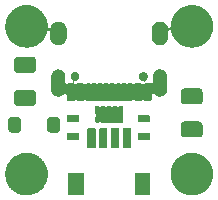
<source format=gts>
G04 #@! TF.GenerationSoftware,KiCad,Pcbnew,(5.99.0-840-g2507f985a)*
G04 #@! TF.CreationDate,2020-03-22T20:28:13-03:00*
G04 #@! TF.ProjectId,Unified-Daughterboard,556e6966-6965-4642-9d44-617567687465,rev?*
G04 #@! TF.SameCoordinates,Original*
G04 #@! TF.FileFunction,Soldermask,Top*
G04 #@! TF.FilePolarity,Negative*
%FSLAX46Y46*%
G04 Gerber Fmt 4.6, Leading zero omitted, Abs format (unit mm)*
G04 Created by KiCad (PCBNEW (5.99.0-840-g2507f985a)) date 2020-03-22 20:28:13*
%MOMM*%
%LPD*%
G01*
G04 APERTURE LIST*
G04 APERTURE END LIST*
G36*
X68097070Y-69243135D02*
G01*
X68160303Y-69244129D01*
X68224321Y-69254268D01*
X68294809Y-69260435D01*
X68355974Y-69275120D01*
X68412208Y-69284026D01*
X68480210Y-69304946D01*
X68555100Y-69322926D01*
X68607595Y-69344135D01*
X68655978Y-69359020D01*
X68726059Y-69391998D01*
X68803295Y-69423203D01*
X68846672Y-69448754D01*
X68886762Y-69467619D01*
X68956786Y-69513616D01*
X69033943Y-69559065D01*
X69068171Y-69586782D01*
X69099930Y-69607644D01*
X69167537Y-69667247D01*
X69241975Y-69727526D01*
X69267474Y-69755353D01*
X69291245Y-69776310D01*
X69353900Y-69849670D01*
X69422822Y-69924885D01*
X69440413Y-69950964D01*
X69456884Y-69970250D01*
X69511989Y-70057081D01*
X69572510Y-70146808D01*
X69583338Y-70169508D01*
X69593549Y-70185599D01*
X69638538Y-70285238D01*
X69687753Y-70388419D01*
X69693261Y-70406436D01*
X69698503Y-70418045D01*
X69730840Y-70529352D01*
X69766017Y-70644409D01*
X69767870Y-70656810D01*
X69769660Y-70662970D01*
X69787006Y-70784846D01*
X69805584Y-70909156D01*
X69796111Y-71270922D01*
X69793717Y-71282689D01*
X69793635Y-71285297D01*
X69768047Y-71408857D01*
X69742742Y-71533235D01*
X69699383Y-71652365D01*
X69655920Y-71773086D01*
X69654397Y-71775963D01*
X69651188Y-71784779D01*
X69592430Y-71892999D01*
X69536576Y-71998488D01*
X69530947Y-72006235D01*
X69523459Y-72020027D01*
X69452817Y-72113771D01*
X69386662Y-72204826D01*
X69375603Y-72216238D01*
X69362360Y-72233812D01*
X69282955Y-72311843D01*
X69209165Y-72387988D01*
X69191620Y-72401598D01*
X69171432Y-72421436D01*
X69086391Y-72483222D01*
X69007643Y-72544306D01*
X68982862Y-72558441D01*
X68954869Y-72578779D01*
X68867135Y-72624450D01*
X68786096Y-72670674D01*
X68753701Y-72683500D01*
X68717427Y-72702383D01*
X68629806Y-72732553D01*
X68548958Y-72764563D01*
X68508940Y-72774170D01*
X68464324Y-72789533D01*
X68379359Y-72805280D01*
X68300957Y-72824103D01*
X68253696Y-72828570D01*
X68201119Y-72838315D01*
X68121012Y-72841113D01*
X68047040Y-72848105D01*
X67993325Y-72845572D01*
X67933595Y-72847658D01*
X67860176Y-72839293D01*
X67792275Y-72836091D01*
X67733254Y-72824832D01*
X67667628Y-72817355D01*
X67602313Y-72799854D01*
X67541746Y-72788300D01*
X67478932Y-72766794D01*
X67409062Y-72748072D01*
X67352801Y-72723609D01*
X67300441Y-72705682D01*
X67235660Y-72672675D01*
X67163577Y-72641332D01*
X67116889Y-72612158D01*
X67073195Y-72589895D01*
X67008531Y-72544448D01*
X66936565Y-72499479D01*
X66899484Y-72467809D01*
X66864526Y-72443240D01*
X66802295Y-72384801D01*
X66733014Y-72325630D01*
X66705154Y-72293581D01*
X66678600Y-72268645D01*
X66621251Y-72197061D01*
X66557396Y-72123604D01*
X66537960Y-72093095D01*
X66519139Y-72069603D01*
X66469230Y-71985212D01*
X66413567Y-71897839D01*
X66401412Y-71870539D01*
X66389304Y-71850065D01*
X66349333Y-71753566D01*
X66304689Y-71653294D01*
X66298389Y-71630577D01*
X66291702Y-71614433D01*
X66264118Y-71506999D01*
X66233153Y-71395343D01*
X66231048Y-71378199D01*
X66228274Y-71367395D01*
X66215369Y-71250505D01*
X66200530Y-71129651D01*
X66200817Y-71118695D01*
X66200286Y-71113886D01*
X66204224Y-70988563D01*
X66207537Y-70862055D01*
X66229228Y-70739041D01*
X66252149Y-70607711D01*
X66252666Y-70606120D01*
X66254021Y-70598435D01*
X66293502Y-70480440D01*
X66330961Y-70365150D01*
X66334481Y-70357966D01*
X66338959Y-70344581D01*
X66392917Y-70238682D01*
X66443170Y-70136103D01*
X66451216Y-70124264D01*
X66460486Y-70106070D01*
X66525988Y-70014240D01*
X66586526Y-69925160D01*
X66600416Y-69909895D01*
X66615933Y-69888141D01*
X66690018Y-69811423D01*
X66758176Y-69736519D01*
X66778942Y-69719340D01*
X66801884Y-69695583D01*
X66881604Y-69634411D01*
X66954699Y-69573943D01*
X66983051Y-69556569D01*
X67014255Y-69532625D01*
X67096677Y-69486938D01*
X67172164Y-69440679D01*
X67208489Y-69424960D01*
X67248380Y-69402848D01*
X67330782Y-69372039D01*
X67406230Y-69339390D01*
X67450493Y-69327281D01*
X67499115Y-69309102D01*
X67579056Y-69292110D01*
X67652248Y-69272087D01*
X67704038Y-69265544D01*
X67760952Y-69253447D01*
X67836259Y-69248841D01*
X67905277Y-69240122D01*
X67963783Y-69241041D01*
X68028140Y-69237105D01*
X68097070Y-69243135D01*
G37*
G36*
X82097070Y-69243135D02*
G01*
X82160303Y-69244129D01*
X82224321Y-69254268D01*
X82294809Y-69260435D01*
X82355974Y-69275120D01*
X82412208Y-69284026D01*
X82480210Y-69304946D01*
X82555100Y-69322926D01*
X82607595Y-69344135D01*
X82655978Y-69359020D01*
X82726059Y-69391998D01*
X82803295Y-69423203D01*
X82846672Y-69448754D01*
X82886762Y-69467619D01*
X82956786Y-69513616D01*
X83033943Y-69559065D01*
X83068171Y-69586782D01*
X83099930Y-69607644D01*
X83167537Y-69667247D01*
X83241975Y-69727526D01*
X83267474Y-69755353D01*
X83291245Y-69776310D01*
X83353900Y-69849670D01*
X83422822Y-69924885D01*
X83440413Y-69950964D01*
X83456884Y-69970250D01*
X83511989Y-70057081D01*
X83572510Y-70146808D01*
X83583338Y-70169508D01*
X83593549Y-70185599D01*
X83638538Y-70285238D01*
X83687753Y-70388419D01*
X83693261Y-70406436D01*
X83698503Y-70418045D01*
X83730840Y-70529352D01*
X83766017Y-70644409D01*
X83767870Y-70656810D01*
X83769660Y-70662970D01*
X83787006Y-70784846D01*
X83805584Y-70909156D01*
X83796111Y-71270922D01*
X83793717Y-71282689D01*
X83793635Y-71285297D01*
X83768047Y-71408857D01*
X83742742Y-71533235D01*
X83699383Y-71652365D01*
X83655920Y-71773086D01*
X83654397Y-71775963D01*
X83651188Y-71784779D01*
X83592430Y-71892999D01*
X83536576Y-71998488D01*
X83530947Y-72006235D01*
X83523459Y-72020027D01*
X83452817Y-72113771D01*
X83386662Y-72204826D01*
X83375603Y-72216238D01*
X83362360Y-72233812D01*
X83282955Y-72311843D01*
X83209165Y-72387988D01*
X83191620Y-72401598D01*
X83171432Y-72421436D01*
X83086391Y-72483222D01*
X83007643Y-72544306D01*
X82982862Y-72558441D01*
X82954869Y-72578779D01*
X82867135Y-72624450D01*
X82786096Y-72670674D01*
X82753701Y-72683500D01*
X82717427Y-72702383D01*
X82629806Y-72732553D01*
X82548958Y-72764563D01*
X82508940Y-72774170D01*
X82464324Y-72789533D01*
X82379359Y-72805280D01*
X82300957Y-72824103D01*
X82253696Y-72828570D01*
X82201119Y-72838315D01*
X82121012Y-72841113D01*
X82047040Y-72848105D01*
X81993325Y-72845572D01*
X81933595Y-72847658D01*
X81860176Y-72839293D01*
X81792275Y-72836091D01*
X81733254Y-72824832D01*
X81667628Y-72817355D01*
X81602313Y-72799854D01*
X81541746Y-72788300D01*
X81478932Y-72766794D01*
X81409062Y-72748072D01*
X81352801Y-72723609D01*
X81300441Y-72705682D01*
X81235660Y-72672675D01*
X81163577Y-72641332D01*
X81116889Y-72612158D01*
X81073195Y-72589895D01*
X81008531Y-72544448D01*
X80936565Y-72499479D01*
X80899484Y-72467809D01*
X80864526Y-72443240D01*
X80802295Y-72384801D01*
X80733014Y-72325630D01*
X80705154Y-72293581D01*
X80678600Y-72268645D01*
X80621251Y-72197061D01*
X80557396Y-72123604D01*
X80537960Y-72093095D01*
X80519139Y-72069603D01*
X80469230Y-71985212D01*
X80413567Y-71897839D01*
X80401412Y-71870539D01*
X80389304Y-71850065D01*
X80349333Y-71753566D01*
X80304689Y-71653294D01*
X80298389Y-71630577D01*
X80291702Y-71614433D01*
X80264118Y-71506999D01*
X80233153Y-71395343D01*
X80231048Y-71378199D01*
X80228274Y-71367395D01*
X80215369Y-71250505D01*
X80200530Y-71129651D01*
X80200817Y-71118695D01*
X80200286Y-71113886D01*
X80204224Y-70988563D01*
X80207537Y-70862055D01*
X80229228Y-70739041D01*
X80252149Y-70607711D01*
X80252666Y-70606120D01*
X80254021Y-70598435D01*
X80293502Y-70480440D01*
X80330961Y-70365150D01*
X80334481Y-70357966D01*
X80338959Y-70344581D01*
X80392917Y-70238682D01*
X80443170Y-70136103D01*
X80451216Y-70124264D01*
X80460486Y-70106070D01*
X80525988Y-70014240D01*
X80586526Y-69925160D01*
X80600416Y-69909895D01*
X80615933Y-69888141D01*
X80690018Y-69811423D01*
X80758176Y-69736519D01*
X80778942Y-69719340D01*
X80801884Y-69695583D01*
X80881604Y-69634411D01*
X80954699Y-69573943D01*
X80983051Y-69556569D01*
X81014255Y-69532625D01*
X81096677Y-69486938D01*
X81172164Y-69440679D01*
X81208489Y-69424960D01*
X81248380Y-69402848D01*
X81330782Y-69372039D01*
X81406230Y-69339390D01*
X81450493Y-69327281D01*
X81499115Y-69309102D01*
X81579056Y-69292110D01*
X81652248Y-69272087D01*
X81704038Y-69265544D01*
X81760952Y-69253447D01*
X81836259Y-69248841D01*
X81905277Y-69240122D01*
X81963783Y-69241041D01*
X82028140Y-69237105D01*
X82097070Y-69243135D01*
G37*
G36*
X78424399Y-70944959D02*
G01*
X78441269Y-70956231D01*
X78452541Y-70973101D01*
X78458948Y-71005312D01*
X78458948Y-72780688D01*
X78456499Y-72793000D01*
X78452541Y-72812899D01*
X78441269Y-72829769D01*
X78424399Y-72841041D01*
X78404500Y-72844999D01*
X78392188Y-72847448D01*
X77216812Y-72847448D01*
X77184601Y-72841041D01*
X77167731Y-72829769D01*
X77156459Y-72812899D01*
X77150052Y-72780688D01*
X77150052Y-71005312D01*
X77156459Y-70973101D01*
X77167731Y-70956231D01*
X77184601Y-70944959D01*
X77216812Y-70938552D01*
X78392188Y-70938552D01*
X78424399Y-70944959D01*
G37*
G36*
X72824399Y-70944959D02*
G01*
X72841269Y-70956231D01*
X72852541Y-70973101D01*
X72858948Y-71005312D01*
X72858948Y-72780688D01*
X72856499Y-72793000D01*
X72852541Y-72812899D01*
X72841269Y-72829769D01*
X72824399Y-72841041D01*
X72804500Y-72844999D01*
X72792188Y-72847448D01*
X71616812Y-72847448D01*
X71584601Y-72841041D01*
X71567731Y-72829769D01*
X71556459Y-72812899D01*
X71550052Y-72780688D01*
X71550052Y-71005312D01*
X71556459Y-70973101D01*
X71567731Y-70956231D01*
X71584601Y-70944959D01*
X71616812Y-70938552D01*
X72792188Y-70938552D01*
X72824399Y-70944959D01*
G37*
G36*
X76824399Y-67194959D02*
G01*
X76841269Y-67206231D01*
X76852541Y-67223101D01*
X76858948Y-67255312D01*
X76858948Y-68780688D01*
X76856499Y-68793000D01*
X76852541Y-68812899D01*
X76841269Y-68829769D01*
X76824399Y-68841041D01*
X76804500Y-68844999D01*
X76792188Y-68847448D01*
X76216812Y-68847448D01*
X76184601Y-68841041D01*
X76167731Y-68829769D01*
X76156459Y-68812899D01*
X76150052Y-68780688D01*
X76150052Y-67255312D01*
X76156459Y-67223101D01*
X76167731Y-67206231D01*
X76184601Y-67194959D01*
X76216812Y-67188552D01*
X76792188Y-67188552D01*
X76824399Y-67194959D01*
G37*
G36*
X75824399Y-67194959D02*
G01*
X75841269Y-67206231D01*
X75852541Y-67223101D01*
X75858948Y-67255312D01*
X75858948Y-68780688D01*
X75856499Y-68793000D01*
X75852541Y-68812899D01*
X75841269Y-68829769D01*
X75824399Y-68841041D01*
X75804500Y-68844999D01*
X75792188Y-68847448D01*
X75216812Y-68847448D01*
X75184601Y-68841041D01*
X75167731Y-68829769D01*
X75156459Y-68812899D01*
X75150052Y-68780688D01*
X75150052Y-67255312D01*
X75156459Y-67223101D01*
X75167731Y-67206231D01*
X75184601Y-67194959D01*
X75216812Y-67188552D01*
X75792188Y-67188552D01*
X75824399Y-67194959D01*
G37*
G36*
X73824399Y-67194959D02*
G01*
X73841269Y-67206231D01*
X73852541Y-67223101D01*
X73858948Y-67255312D01*
X73858948Y-68780688D01*
X73856499Y-68793000D01*
X73852541Y-68812899D01*
X73841269Y-68829769D01*
X73824399Y-68841041D01*
X73804500Y-68844999D01*
X73792188Y-68847448D01*
X73216812Y-68847448D01*
X73184601Y-68841041D01*
X73167731Y-68829769D01*
X73156459Y-68812899D01*
X73150052Y-68780688D01*
X73150052Y-67255312D01*
X73156459Y-67223101D01*
X73167731Y-67206231D01*
X73184601Y-67194959D01*
X73216812Y-67188552D01*
X73792188Y-67188552D01*
X73824399Y-67194959D01*
G37*
G36*
X74824399Y-67194959D02*
G01*
X74841269Y-67206231D01*
X74852541Y-67223101D01*
X74858948Y-67255312D01*
X74858948Y-68780688D01*
X74856499Y-68793000D01*
X74852541Y-68812899D01*
X74841269Y-68829769D01*
X74824399Y-68841041D01*
X74804500Y-68844999D01*
X74792188Y-68847448D01*
X74216812Y-68847448D01*
X74184601Y-68841041D01*
X74167731Y-68829769D01*
X74156459Y-68812899D01*
X74150052Y-68780688D01*
X74150052Y-67255312D01*
X74156459Y-67223101D01*
X74167731Y-67206231D01*
X74184601Y-67194959D01*
X74216812Y-67188552D01*
X74792188Y-67188552D01*
X74824399Y-67194959D01*
G37*
G36*
X72424399Y-67580959D02*
G01*
X72441269Y-67592231D01*
X72452541Y-67609101D01*
X72458948Y-67641312D01*
X72458948Y-68116688D01*
X72456499Y-68129000D01*
X72452541Y-68148899D01*
X72441269Y-68165769D01*
X72424399Y-68177041D01*
X72404500Y-68180999D01*
X72392188Y-68183448D01*
X71516812Y-68183448D01*
X71484601Y-68177041D01*
X71467731Y-68165769D01*
X71456459Y-68148899D01*
X71450052Y-68116688D01*
X71450052Y-67641312D01*
X71456459Y-67609101D01*
X71467731Y-67592231D01*
X71484601Y-67580959D01*
X71516812Y-67574552D01*
X72392188Y-67574552D01*
X72424399Y-67580959D01*
G37*
G36*
X78393399Y-67580959D02*
G01*
X78410269Y-67592231D01*
X78421541Y-67609101D01*
X78427948Y-67641312D01*
X78427948Y-68116688D01*
X78425499Y-68129000D01*
X78421541Y-68148899D01*
X78410269Y-68165769D01*
X78393399Y-68177041D01*
X78373500Y-68180999D01*
X78361188Y-68183448D01*
X77485812Y-68183448D01*
X77453601Y-68177041D01*
X77436731Y-68165769D01*
X77425459Y-68148899D01*
X77419052Y-68116688D01*
X77419052Y-67641312D01*
X77425459Y-67609101D01*
X77436731Y-67592231D01*
X77453601Y-67580959D01*
X77485812Y-67574552D01*
X78361188Y-67574552D01*
X78393399Y-67580959D01*
G37*
G36*
X82699256Y-66610764D02*
G01*
X82710728Y-66616289D01*
X82718786Y-66617795D01*
X82736043Y-66628480D01*
X82781138Y-66650197D01*
X82801238Y-66668847D01*
X82814464Y-66677036D01*
X82824764Y-66690676D01*
X82847765Y-66712017D01*
X82870117Y-66750732D01*
X82882281Y-66766840D01*
X82884250Y-66775212D01*
X82892006Y-66788646D01*
X82910919Y-66888603D01*
X82914383Y-66903331D01*
X82914383Y-66906910D01*
X82915694Y-66913839D01*
X82915694Y-67636516D01*
X82900736Y-67735756D01*
X82895211Y-67747228D01*
X82893705Y-67755286D01*
X82883020Y-67772543D01*
X82861303Y-67817638D01*
X82842653Y-67837738D01*
X82834464Y-67850964D01*
X82820824Y-67861264D01*
X82799483Y-67884265D01*
X82760768Y-67906617D01*
X82744660Y-67918781D01*
X82736288Y-67920750D01*
X82722854Y-67928506D01*
X82622897Y-67947419D01*
X82608169Y-67950883D01*
X82604590Y-67950883D01*
X82597661Y-67952194D01*
X81374984Y-67952194D01*
X81275744Y-67937236D01*
X81264272Y-67931711D01*
X81256214Y-67930205D01*
X81238957Y-67919520D01*
X81193862Y-67897803D01*
X81173762Y-67879153D01*
X81160536Y-67870964D01*
X81150236Y-67857324D01*
X81127235Y-67835983D01*
X81104883Y-67797268D01*
X81092719Y-67781160D01*
X81090750Y-67772788D01*
X81082994Y-67759354D01*
X81064081Y-67659397D01*
X81060617Y-67644669D01*
X81060617Y-67641090D01*
X81059306Y-67634161D01*
X81059306Y-66911484D01*
X81074264Y-66812244D01*
X81079789Y-66800772D01*
X81081295Y-66792714D01*
X81091980Y-66775457D01*
X81113697Y-66730362D01*
X81132347Y-66710262D01*
X81140536Y-66697036D01*
X81154176Y-66686736D01*
X81175517Y-66663735D01*
X81214232Y-66641383D01*
X81230340Y-66629219D01*
X81238712Y-66627250D01*
X81252146Y-66619494D01*
X81352103Y-66600581D01*
X81366831Y-66597117D01*
X81370410Y-66597117D01*
X81377339Y-66595806D01*
X82600016Y-66595806D01*
X82699256Y-66610764D01*
G37*
G36*
X67339256Y-66251764D02*
G01*
X67350728Y-66257289D01*
X67358786Y-66258795D01*
X67376043Y-66269480D01*
X67421138Y-66291197D01*
X67441238Y-66309847D01*
X67454464Y-66318036D01*
X67464764Y-66331676D01*
X67487765Y-66353017D01*
X67510117Y-66391732D01*
X67522281Y-66407840D01*
X67524250Y-66416212D01*
X67532006Y-66429646D01*
X67550919Y-66529603D01*
X67554383Y-66544331D01*
X67554383Y-66547910D01*
X67555694Y-66554839D01*
X67555694Y-67227516D01*
X67540736Y-67326756D01*
X67535211Y-67338228D01*
X67533705Y-67346286D01*
X67523020Y-67363543D01*
X67501303Y-67408638D01*
X67482653Y-67428738D01*
X67474464Y-67441964D01*
X67460824Y-67452264D01*
X67439483Y-67475265D01*
X67400768Y-67497617D01*
X67384660Y-67509781D01*
X67376288Y-67511750D01*
X67362854Y-67519506D01*
X67262897Y-67538419D01*
X67248169Y-67541883D01*
X67244590Y-67541883D01*
X67237661Y-67543194D01*
X66764984Y-67543194D01*
X66665744Y-67528236D01*
X66654272Y-67522711D01*
X66646214Y-67521205D01*
X66628957Y-67510520D01*
X66583862Y-67488803D01*
X66563762Y-67470153D01*
X66550536Y-67461964D01*
X66540236Y-67448324D01*
X66517235Y-67426983D01*
X66494883Y-67388268D01*
X66482719Y-67372160D01*
X66480750Y-67363788D01*
X66472994Y-67350354D01*
X66454081Y-67250397D01*
X66450617Y-67235669D01*
X66450617Y-67232090D01*
X66449306Y-67225161D01*
X66449306Y-66552484D01*
X66464264Y-66453244D01*
X66469789Y-66441772D01*
X66471295Y-66433714D01*
X66481980Y-66416457D01*
X66503697Y-66371362D01*
X66522347Y-66351262D01*
X66530536Y-66338036D01*
X66544176Y-66327736D01*
X66565517Y-66304735D01*
X66604232Y-66282383D01*
X66620340Y-66270219D01*
X66628712Y-66268250D01*
X66642146Y-66260494D01*
X66742103Y-66241581D01*
X66756831Y-66238117D01*
X66760410Y-66238117D01*
X66767339Y-66236806D01*
X67240016Y-66236806D01*
X67339256Y-66251764D01*
G37*
G36*
X70639256Y-66251764D02*
G01*
X70650728Y-66257289D01*
X70658786Y-66258795D01*
X70676043Y-66269480D01*
X70721138Y-66291197D01*
X70741238Y-66309847D01*
X70754464Y-66318036D01*
X70764764Y-66331676D01*
X70787765Y-66353017D01*
X70810117Y-66391732D01*
X70822281Y-66407840D01*
X70824250Y-66416212D01*
X70832006Y-66429646D01*
X70850919Y-66529603D01*
X70854383Y-66544331D01*
X70854383Y-66547910D01*
X70855694Y-66554839D01*
X70855694Y-67227516D01*
X70840736Y-67326756D01*
X70835211Y-67338228D01*
X70833705Y-67346286D01*
X70823020Y-67363543D01*
X70801303Y-67408638D01*
X70782653Y-67428738D01*
X70774464Y-67441964D01*
X70760824Y-67452264D01*
X70739483Y-67475265D01*
X70700768Y-67497617D01*
X70684660Y-67509781D01*
X70676288Y-67511750D01*
X70662854Y-67519506D01*
X70562897Y-67538419D01*
X70548169Y-67541883D01*
X70544590Y-67541883D01*
X70537661Y-67543194D01*
X70064984Y-67543194D01*
X69965744Y-67528236D01*
X69954272Y-67522711D01*
X69946214Y-67521205D01*
X69928957Y-67510520D01*
X69883862Y-67488803D01*
X69863762Y-67470153D01*
X69850536Y-67461964D01*
X69840236Y-67448324D01*
X69817235Y-67426983D01*
X69794883Y-67388268D01*
X69782719Y-67372160D01*
X69780750Y-67363788D01*
X69772994Y-67350354D01*
X69754081Y-67250397D01*
X69750617Y-67235669D01*
X69750617Y-67232090D01*
X69749306Y-67225161D01*
X69749306Y-66552484D01*
X69764264Y-66453244D01*
X69769789Y-66441772D01*
X69771295Y-66433714D01*
X69781980Y-66416457D01*
X69803697Y-66371362D01*
X69822347Y-66351262D01*
X69830536Y-66338036D01*
X69844176Y-66327736D01*
X69865517Y-66304735D01*
X69904232Y-66282383D01*
X69920340Y-66270219D01*
X69928712Y-66268250D01*
X69942146Y-66260494D01*
X70042103Y-66241581D01*
X70056831Y-66238117D01*
X70060410Y-66238117D01*
X70067339Y-66236806D01*
X70540016Y-66236806D01*
X70639256Y-66251764D01*
G37*
G36*
X74127500Y-65314401D02*
G01*
X74147399Y-65318359D01*
X74164269Y-65329631D01*
X74164270Y-65329632D01*
X74183055Y-65342184D01*
X74250270Y-65363229D01*
X74321945Y-65342184D01*
X74340730Y-65329632D01*
X74340731Y-65329631D01*
X74357601Y-65318359D01*
X74377500Y-65314401D01*
X74389812Y-65311952D01*
X74615188Y-65311952D01*
X74627500Y-65314401D01*
X74647399Y-65318359D01*
X74664269Y-65329631D01*
X74664270Y-65329633D01*
X74670555Y-65333832D01*
X74737770Y-65354877D01*
X74809445Y-65333832D01*
X74815730Y-65329633D01*
X74815731Y-65329631D01*
X74832601Y-65318359D01*
X74852500Y-65314401D01*
X74864812Y-65311952D01*
X75140188Y-65311952D01*
X75152500Y-65314401D01*
X75172399Y-65318359D01*
X75189269Y-65329631D01*
X75189270Y-65329633D01*
X75195555Y-65333832D01*
X75262770Y-65354877D01*
X75334445Y-65333832D01*
X75340730Y-65329633D01*
X75340731Y-65329631D01*
X75357601Y-65318359D01*
X75377500Y-65314401D01*
X75389812Y-65311952D01*
X75615188Y-65311952D01*
X75627500Y-65314401D01*
X75647399Y-65318359D01*
X75664269Y-65329631D01*
X75664270Y-65329632D01*
X75683055Y-65342184D01*
X75750270Y-65363229D01*
X75821945Y-65342184D01*
X75840730Y-65329632D01*
X75840731Y-65329631D01*
X75857601Y-65318359D01*
X75877500Y-65314401D01*
X75889812Y-65311952D01*
X76115188Y-65311952D01*
X76147399Y-65318359D01*
X76164269Y-65329631D01*
X76175541Y-65346501D01*
X76181948Y-65378712D01*
X76181948Y-65904088D01*
X76179499Y-65916400D01*
X76175541Y-65936299D01*
X76164270Y-65953168D01*
X76161739Y-65956955D01*
X76140693Y-66024169D01*
X76161739Y-66095845D01*
X76164269Y-66099631D01*
X76175541Y-66116501D01*
X76181948Y-66148712D01*
X76181948Y-66674088D01*
X76175541Y-66706299D01*
X76164269Y-66723169D01*
X76147399Y-66734441D01*
X76130854Y-66737732D01*
X76127500Y-66738399D01*
X76115188Y-66740848D01*
X75889812Y-66740848D01*
X75877500Y-66738399D01*
X75857601Y-66734441D01*
X75840731Y-66723169D01*
X75840730Y-66723168D01*
X75821945Y-66710616D01*
X75754730Y-66689571D01*
X75683055Y-66710616D01*
X75664270Y-66723168D01*
X75664269Y-66723169D01*
X75647399Y-66734441D01*
X75627500Y-66738399D01*
X75615188Y-66740848D01*
X75389812Y-66740848D01*
X75377500Y-66738399D01*
X75357601Y-66734441D01*
X75340731Y-66723169D01*
X75340730Y-66723167D01*
X75334445Y-66718968D01*
X75267230Y-66697923D01*
X75195555Y-66718968D01*
X75189270Y-66723167D01*
X75189269Y-66723169D01*
X75172399Y-66734441D01*
X75152500Y-66738399D01*
X75140188Y-66740848D01*
X74864812Y-66740848D01*
X74852500Y-66738399D01*
X74832601Y-66734441D01*
X74815731Y-66723169D01*
X74815730Y-66723167D01*
X74809445Y-66718968D01*
X74742230Y-66697923D01*
X74670555Y-66718968D01*
X74664270Y-66723167D01*
X74664269Y-66723169D01*
X74647399Y-66734441D01*
X74627500Y-66738399D01*
X74615188Y-66740848D01*
X74389812Y-66740848D01*
X74357601Y-66734441D01*
X74340731Y-66723169D01*
X74337924Y-66718968D01*
X74329459Y-66706299D01*
X74329459Y-66706298D01*
X74326019Y-66701150D01*
X74271976Y-66655984D01*
X74202092Y-66647205D01*
X74146756Y-66670844D01*
X74131928Y-66682042D01*
X74129390Y-66685840D01*
X74107762Y-66700291D01*
X74084704Y-66717704D01*
X74080071Y-66718794D01*
X74071173Y-66724739D01*
X74002501Y-66738399D01*
X74002499Y-66738399D01*
X73992839Y-66736477D01*
X73937818Y-66726192D01*
X73936250Y-66725221D01*
X73933827Y-66724739D01*
X73913049Y-66710856D01*
X73881874Y-66691553D01*
X73879545Y-66688470D01*
X73875610Y-66685840D01*
X73860636Y-66663430D01*
X73844030Y-66641440D01*
X73842991Y-66637021D01*
X73836711Y-66627623D01*
X73823051Y-66558951D01*
X73823051Y-66552242D01*
X73821285Y-66544733D01*
X73821285Y-66275150D01*
X73823051Y-66265703D01*
X73823051Y-66263849D01*
X73828806Y-66234916D01*
X73835542Y-66198884D01*
X73836178Y-66197857D01*
X73836711Y-66195177D01*
X73852071Y-66172189D01*
X73881116Y-66125280D01*
X73899821Y-66057377D01*
X73878846Y-65990140D01*
X73844287Y-65955545D01*
X73840731Y-65953169D01*
X73829459Y-65936299D01*
X73825501Y-65916400D01*
X73823052Y-65904088D01*
X73823052Y-65378712D01*
X73829459Y-65346501D01*
X73840731Y-65329631D01*
X73857601Y-65318359D01*
X73889812Y-65311952D01*
X74115188Y-65311952D01*
X74127500Y-65314401D01*
G37*
G36*
X72424399Y-66080959D02*
G01*
X72441269Y-66092231D01*
X72452541Y-66109101D01*
X72458948Y-66141312D01*
X72458948Y-66616688D01*
X72456499Y-66629000D01*
X72452541Y-66648899D01*
X72441269Y-66665769D01*
X72424399Y-66677041D01*
X72404500Y-66680999D01*
X72392188Y-66683448D01*
X71516812Y-66683448D01*
X71484601Y-66677041D01*
X71467731Y-66665769D01*
X71456459Y-66648899D01*
X71450052Y-66616688D01*
X71450052Y-66141312D01*
X71456459Y-66109101D01*
X71467731Y-66092231D01*
X71484601Y-66080959D01*
X71516812Y-66074552D01*
X72392188Y-66074552D01*
X72424399Y-66080959D01*
G37*
G36*
X78393399Y-66080959D02*
G01*
X78410269Y-66092231D01*
X78421541Y-66109101D01*
X78427948Y-66141312D01*
X78427948Y-66616688D01*
X78425499Y-66629000D01*
X78421541Y-66648899D01*
X78410269Y-66665769D01*
X78393399Y-66677041D01*
X78373500Y-66680999D01*
X78361188Y-66683448D01*
X77485812Y-66683448D01*
X77453601Y-66677041D01*
X77436731Y-66665769D01*
X77425459Y-66648899D01*
X77419052Y-66616688D01*
X77419052Y-66141312D01*
X77425459Y-66109101D01*
X77436731Y-66092231D01*
X77453601Y-66080959D01*
X77485812Y-66074552D01*
X78361188Y-66074552D01*
X78393399Y-66080959D01*
G37*
G36*
X68602256Y-63943764D02*
G01*
X68613728Y-63949289D01*
X68621786Y-63950795D01*
X68639043Y-63961480D01*
X68684138Y-63983197D01*
X68704238Y-64001847D01*
X68717464Y-64010036D01*
X68727764Y-64023676D01*
X68750765Y-64045017D01*
X68773117Y-64083732D01*
X68785281Y-64099840D01*
X68787250Y-64108212D01*
X68795006Y-64121646D01*
X68813919Y-64221603D01*
X68817383Y-64236331D01*
X68817383Y-64239910D01*
X68818694Y-64246839D01*
X68818694Y-64969516D01*
X68803736Y-65068756D01*
X68798211Y-65080228D01*
X68796705Y-65088286D01*
X68786020Y-65105543D01*
X68764303Y-65150638D01*
X68745653Y-65170738D01*
X68737464Y-65183964D01*
X68723824Y-65194264D01*
X68702483Y-65217265D01*
X68663768Y-65239617D01*
X68647660Y-65251781D01*
X68639288Y-65253750D01*
X68625854Y-65261506D01*
X68525897Y-65280419D01*
X68511169Y-65283883D01*
X68507590Y-65283883D01*
X68500661Y-65285194D01*
X67277984Y-65285194D01*
X67178744Y-65270236D01*
X67167272Y-65264711D01*
X67159214Y-65263205D01*
X67141957Y-65252520D01*
X67096862Y-65230803D01*
X67076762Y-65212153D01*
X67063536Y-65203964D01*
X67053236Y-65190324D01*
X67030235Y-65168983D01*
X67007883Y-65130268D01*
X66995719Y-65114160D01*
X66993750Y-65105788D01*
X66985994Y-65092354D01*
X66967081Y-64992397D01*
X66963617Y-64977669D01*
X66963617Y-64974090D01*
X66962306Y-64967161D01*
X66962306Y-64244484D01*
X66977264Y-64145244D01*
X66982789Y-64133772D01*
X66984295Y-64125714D01*
X66994980Y-64108457D01*
X67016697Y-64063362D01*
X67035347Y-64043262D01*
X67043536Y-64030036D01*
X67057176Y-64019736D01*
X67078517Y-63996735D01*
X67117232Y-63974383D01*
X67133340Y-63962219D01*
X67141712Y-63960250D01*
X67155146Y-63952494D01*
X67255103Y-63933581D01*
X67269831Y-63930117D01*
X67273410Y-63930117D01*
X67280339Y-63928806D01*
X68503016Y-63928806D01*
X68602256Y-63943764D01*
G37*
G36*
X82699256Y-63810764D02*
G01*
X82710728Y-63816289D01*
X82718786Y-63817795D01*
X82736043Y-63828480D01*
X82781138Y-63850197D01*
X82801238Y-63868847D01*
X82814464Y-63877036D01*
X82824764Y-63890676D01*
X82847765Y-63912017D01*
X82870117Y-63950732D01*
X82882281Y-63966840D01*
X82884250Y-63975212D01*
X82892006Y-63988646D01*
X82910919Y-64088603D01*
X82914383Y-64103331D01*
X82914383Y-64106910D01*
X82915694Y-64113839D01*
X82915694Y-64836516D01*
X82900736Y-64935756D01*
X82895211Y-64947228D01*
X82893705Y-64955286D01*
X82883020Y-64972543D01*
X82861303Y-65017638D01*
X82842653Y-65037738D01*
X82834464Y-65050964D01*
X82820824Y-65061264D01*
X82799483Y-65084265D01*
X82760768Y-65106617D01*
X82744660Y-65118781D01*
X82736288Y-65120750D01*
X82722854Y-65128506D01*
X82622897Y-65147419D01*
X82608169Y-65150883D01*
X82604590Y-65150883D01*
X82597661Y-65152194D01*
X81374984Y-65152194D01*
X81275744Y-65137236D01*
X81264272Y-65131711D01*
X81256214Y-65130205D01*
X81238957Y-65119520D01*
X81193862Y-65097803D01*
X81173762Y-65079153D01*
X81160536Y-65070964D01*
X81150236Y-65057324D01*
X81127235Y-65035983D01*
X81104883Y-64997268D01*
X81092719Y-64981160D01*
X81090750Y-64972788D01*
X81082994Y-64959354D01*
X81064081Y-64859397D01*
X81060617Y-64844669D01*
X81060617Y-64841090D01*
X81059306Y-64834161D01*
X81059306Y-64111484D01*
X81074264Y-64012244D01*
X81079789Y-64000772D01*
X81081295Y-63992714D01*
X81091980Y-63975457D01*
X81113697Y-63930362D01*
X81132347Y-63910262D01*
X81140536Y-63897036D01*
X81154176Y-63886736D01*
X81175517Y-63863735D01*
X81214232Y-63841383D01*
X81230340Y-63829219D01*
X81238712Y-63827250D01*
X81252146Y-63819494D01*
X81352103Y-63800581D01*
X81366831Y-63797117D01*
X81370410Y-63797117D01*
X81377339Y-63795806D01*
X82600016Y-63795806D01*
X82699256Y-63810764D01*
G37*
G36*
X79374107Y-62196241D02*
G01*
X79440611Y-62204171D01*
X79444289Y-62205481D01*
X79459392Y-62207469D01*
X79517695Y-62231619D01*
X79567630Y-62249400D01*
X79580801Y-62257759D01*
X79605593Y-62268028D01*
X79646769Y-62299623D01*
X79681474Y-62321648D01*
X79700689Y-62340998D01*
X79731138Y-62364362D01*
X79755776Y-62396471D01*
X79776487Y-62417327D01*
X79797137Y-62450374D01*
X79827472Y-62489907D01*
X79838546Y-62516641D01*
X79847937Y-62531670D01*
X79864646Y-62579652D01*
X79888031Y-62636108D01*
X79890295Y-62653308D01*
X79892279Y-62659004D01*
X79899381Y-62722325D01*
X79903500Y-62753608D01*
X79903500Y-63932392D01*
X79893001Y-64012144D01*
X79890200Y-64035631D01*
X79889743Y-64036886D01*
X79888031Y-64049892D01*
X79863120Y-64110033D01*
X79844234Y-64161920D01*
X79836937Y-64173243D01*
X79827472Y-64196093D01*
X79794621Y-64238905D01*
X79771193Y-64275259D01*
X79753223Y-64292856D01*
X79731138Y-64321638D01*
X79697376Y-64347544D01*
X79674859Y-64369594D01*
X79643488Y-64388894D01*
X79605592Y-64417972D01*
X79576911Y-64429852D01*
X79560013Y-64440248D01*
X79513981Y-64455919D01*
X79459391Y-64478531D01*
X79440099Y-64481071D01*
X79432373Y-64483701D01*
X79371626Y-64490085D01*
X79302500Y-64499186D01*
X79230893Y-64489759D01*
X79164389Y-64481829D01*
X79160711Y-64480519D01*
X79145608Y-64478531D01*
X79087305Y-64454381D01*
X79037370Y-64436600D01*
X79024199Y-64428241D01*
X78999407Y-64417972D01*
X78958227Y-64386374D01*
X78923524Y-64364350D01*
X78904311Y-64345002D01*
X78873862Y-64321638D01*
X78849226Y-64289531D01*
X78819910Y-64260010D01*
X78758211Y-64226039D01*
X78687941Y-64230818D01*
X78631410Y-64272830D01*
X78606215Y-64348088D01*
X78606215Y-64679751D01*
X78604499Y-64689483D01*
X78604499Y-64690061D01*
X78603601Y-64694575D01*
X78591978Y-64760492D01*
X78589707Y-64764426D01*
X78588899Y-64768487D01*
X78577595Y-64785405D01*
X78556537Y-64821879D01*
X78548996Y-64828207D01*
X78544474Y-64834974D01*
X78527078Y-64846598D01*
X78506580Y-64863797D01*
X78497827Y-64866142D01*
X78477987Y-64879399D01*
X78399561Y-64894999D01*
X78390133Y-64894999D01*
X78383729Y-64896715D01*
X78115749Y-64896715D01*
X78106017Y-64894999D01*
X78105439Y-64894999D01*
X78100925Y-64894101D01*
X78035008Y-64882478D01*
X78031074Y-64880207D01*
X78027013Y-64879399D01*
X78010091Y-64868092D01*
X77973619Y-64847035D01*
X77967292Y-64839495D01*
X77960526Y-64834974D01*
X77950337Y-64819725D01*
X77892524Y-64781261D01*
X77822100Y-64780144D01*
X77778556Y-64813832D01*
X77773420Y-64807712D01*
X77748996Y-64828206D01*
X77744474Y-64834974D01*
X77727076Y-64846599D01*
X77706580Y-64863797D01*
X77697827Y-64866142D01*
X77677987Y-64879399D01*
X77599561Y-64894999D01*
X77590133Y-64894999D01*
X77583729Y-64896715D01*
X77315749Y-64896715D01*
X77306017Y-64894999D01*
X77305439Y-64894999D01*
X77300925Y-64894101D01*
X77235008Y-64882478D01*
X77231074Y-64880207D01*
X77227013Y-64879399D01*
X77210095Y-64868095D01*
X77173621Y-64847037D01*
X77167293Y-64839496D01*
X77160526Y-64834974D01*
X77148903Y-64817580D01*
X77141644Y-64808928D01*
X77083003Y-64769914D01*
X77012580Y-64768797D01*
X76941957Y-64819829D01*
X76916872Y-64857372D01*
X76907256Y-64863797D01*
X76875193Y-64885221D01*
X76813721Y-64897448D01*
X76691279Y-64897448D01*
X76629807Y-64885221D01*
X76597744Y-64863797D01*
X76588128Y-64857372D01*
X76588128Y-64857371D01*
X76571946Y-64846559D01*
X76504731Y-64825513D01*
X76433054Y-64846559D01*
X76416872Y-64857371D01*
X76416872Y-64857372D01*
X76407256Y-64863797D01*
X76375193Y-64885221D01*
X76313721Y-64897448D01*
X76191279Y-64897448D01*
X76129807Y-64885221D01*
X76097744Y-64863797D01*
X76088128Y-64857372D01*
X76088128Y-64857371D01*
X76071946Y-64846559D01*
X76004731Y-64825513D01*
X75933054Y-64846559D01*
X75916872Y-64857371D01*
X75916872Y-64857372D01*
X75907256Y-64863797D01*
X75875193Y-64885221D01*
X75813721Y-64897448D01*
X75691279Y-64897448D01*
X75629805Y-64885220D01*
X75573946Y-64847896D01*
X75506732Y-64826849D01*
X75435054Y-64847896D01*
X75379195Y-64885220D01*
X75317721Y-64897448D01*
X75195279Y-64897448D01*
X75133807Y-64885221D01*
X75101744Y-64863797D01*
X75092128Y-64857372D01*
X75092127Y-64857371D01*
X75073947Y-64845223D01*
X75006732Y-64824176D01*
X74935053Y-64845223D01*
X74916873Y-64857371D01*
X74916872Y-64857372D01*
X74907256Y-64863797D01*
X74875193Y-64885221D01*
X74813721Y-64897448D01*
X74691279Y-64897448D01*
X74629807Y-64885221D01*
X74597744Y-64863797D01*
X74588128Y-64857372D01*
X74588128Y-64857371D01*
X74571946Y-64846559D01*
X74504731Y-64825513D01*
X74433054Y-64846559D01*
X74416872Y-64857371D01*
X74416872Y-64857372D01*
X74407256Y-64863797D01*
X74375193Y-64885221D01*
X74313721Y-64897448D01*
X74191279Y-64897448D01*
X74129807Y-64885221D01*
X74097744Y-64863797D01*
X74088128Y-64857372D01*
X74088128Y-64857371D01*
X74071946Y-64846559D01*
X74004731Y-64825513D01*
X73933054Y-64846559D01*
X73916872Y-64857371D01*
X73916872Y-64857372D01*
X73907256Y-64863797D01*
X73875193Y-64885221D01*
X73813721Y-64897448D01*
X73691279Y-64897448D01*
X73629807Y-64885221D01*
X73597744Y-64863797D01*
X73588128Y-64857372D01*
X73588128Y-64857371D01*
X73571946Y-64846559D01*
X73504731Y-64825513D01*
X73433054Y-64846559D01*
X73416872Y-64857371D01*
X73416872Y-64857372D01*
X73407256Y-64863797D01*
X73375193Y-64885221D01*
X73313721Y-64897448D01*
X73191279Y-64897448D01*
X73129807Y-64885221D01*
X73097744Y-64863797D01*
X73088128Y-64857372D01*
X73088126Y-64857370D01*
X73064572Y-64822119D01*
X73010528Y-64776953D01*
X72940645Y-64768176D01*
X72877109Y-64798574D01*
X72861783Y-64817476D01*
X72848997Y-64828205D01*
X72844474Y-64834974D01*
X72827075Y-64846600D01*
X72806580Y-64863797D01*
X72797827Y-64866142D01*
X72777987Y-64879399D01*
X72699561Y-64894999D01*
X72690133Y-64894999D01*
X72683729Y-64896715D01*
X72415749Y-64896715D01*
X72406017Y-64894999D01*
X72405439Y-64894999D01*
X72400925Y-64894101D01*
X72335008Y-64882478D01*
X72331074Y-64880207D01*
X72327013Y-64879399D01*
X72310091Y-64868092D01*
X72273619Y-64847035D01*
X72267292Y-64839495D01*
X72260526Y-64834974D01*
X72250337Y-64819725D01*
X72192524Y-64781261D01*
X72122100Y-64780144D01*
X72078556Y-64813832D01*
X72073420Y-64807712D01*
X72048996Y-64828206D01*
X72044474Y-64834974D01*
X72027076Y-64846599D01*
X72006580Y-64863797D01*
X71997827Y-64866142D01*
X71977987Y-64879399D01*
X71899561Y-64894999D01*
X71890133Y-64894999D01*
X71883729Y-64896715D01*
X71615749Y-64896715D01*
X71606017Y-64894999D01*
X71605439Y-64894999D01*
X71600925Y-64894101D01*
X71535008Y-64882478D01*
X71531074Y-64880207D01*
X71527013Y-64879399D01*
X71510095Y-64868095D01*
X71473621Y-64847037D01*
X71467293Y-64839496D01*
X71460526Y-64834974D01*
X71448902Y-64817578D01*
X71431703Y-64797080D01*
X71429358Y-64788327D01*
X71416101Y-64768487D01*
X71400501Y-64690061D01*
X71400501Y-64680633D01*
X71398785Y-64674229D01*
X71398785Y-64346814D01*
X71378942Y-64279234D01*
X71325712Y-64233111D01*
X71255997Y-64223087D01*
X71184601Y-64268908D01*
X71181212Y-64265447D01*
X71153225Y-64292853D01*
X71131138Y-64321638D01*
X71097375Y-64347545D01*
X71074859Y-64369594D01*
X71043488Y-64388894D01*
X71005592Y-64417972D01*
X70976911Y-64429852D01*
X70960013Y-64440248D01*
X70913981Y-64455919D01*
X70859391Y-64478531D01*
X70840099Y-64481071D01*
X70832373Y-64483701D01*
X70771626Y-64490085D01*
X70702500Y-64499186D01*
X70630893Y-64489759D01*
X70564389Y-64481829D01*
X70560711Y-64480519D01*
X70545608Y-64478531D01*
X70487305Y-64454381D01*
X70437370Y-64436600D01*
X70424199Y-64428241D01*
X70399407Y-64417972D01*
X70358227Y-64386374D01*
X70323524Y-64364350D01*
X70304311Y-64345002D01*
X70273862Y-64321638D01*
X70249225Y-64289530D01*
X70228515Y-64268675D01*
X70207865Y-64235628D01*
X70177528Y-64196092D01*
X70166454Y-64169358D01*
X70157063Y-64154329D01*
X70140354Y-64106347D01*
X70116969Y-64049891D01*
X70114705Y-64032691D01*
X70112721Y-64026995D01*
X70105619Y-63963674D01*
X70101500Y-63932391D01*
X70101501Y-62753608D01*
X70112000Y-62673856D01*
X70114801Y-62650369D01*
X70115258Y-62649114D01*
X70116970Y-62636108D01*
X70141881Y-62575967D01*
X70160767Y-62524080D01*
X70168064Y-62512757D01*
X70177529Y-62489907D01*
X70210384Y-62447090D01*
X70233807Y-62410744D01*
X70251773Y-62393151D01*
X70273863Y-62364362D01*
X70307628Y-62338453D01*
X70330144Y-62316404D01*
X70361514Y-62297105D01*
X70399408Y-62268028D01*
X70428089Y-62256148D01*
X70444987Y-62245752D01*
X70491019Y-62230081D01*
X70545609Y-62207469D01*
X70564901Y-62204929D01*
X70572627Y-62202299D01*
X70633374Y-62195915D01*
X70702500Y-62186814D01*
X70774107Y-62196241D01*
X70840611Y-62204171D01*
X70844289Y-62205481D01*
X70859392Y-62207469D01*
X70917695Y-62231619D01*
X70967630Y-62249400D01*
X70980801Y-62257759D01*
X71005593Y-62268028D01*
X71046769Y-62299623D01*
X71081474Y-62321648D01*
X71100689Y-62340998D01*
X71131138Y-62364362D01*
X71155776Y-62396471D01*
X71176487Y-62417327D01*
X71197137Y-62450374D01*
X71227472Y-62489907D01*
X71238546Y-62516641D01*
X71247937Y-62531670D01*
X71264646Y-62579652D01*
X71288031Y-62636108D01*
X71290295Y-62653308D01*
X71292279Y-62659004D01*
X71299381Y-62722325D01*
X71303500Y-62753608D01*
X71303500Y-63267698D01*
X71323343Y-63335278D01*
X71376573Y-63381401D01*
X71446288Y-63391425D01*
X71475608Y-63378315D01*
X71507174Y-63369857D01*
X71527013Y-63356601D01*
X71605439Y-63341001D01*
X71614867Y-63341001D01*
X71621271Y-63339285D01*
X71834020Y-63339285D01*
X71901600Y-63319442D01*
X71947723Y-63266212D01*
X71957747Y-63196497D01*
X71928488Y-63132429D01*
X71914144Y-63121502D01*
X71915349Y-63120154D01*
X71904973Y-63110877D01*
X71900717Y-63108955D01*
X71858818Y-63069610D01*
X71821711Y-63036432D01*
X71819212Y-63032417D01*
X71809468Y-63023267D01*
X71786415Y-62979728D01*
X71764794Y-62944992D01*
X71761191Y-62932087D01*
X71750895Y-62912641D01*
X71744514Y-62872356D01*
X71735832Y-62841258D01*
X71736101Y-62819235D01*
X71731313Y-62789006D01*
X71736858Y-62757235D01*
X71737147Y-62733555D01*
X71746103Y-62704262D01*
X71752834Y-62665694D01*
X71764235Y-62644957D01*
X71768637Y-62630557D01*
X71790184Y-62597755D01*
X71813138Y-62556002D01*
X71824256Y-62545885D01*
X71827770Y-62540536D01*
X71864328Y-62509423D01*
X71905722Y-62471757D01*
X71960041Y-62448251D01*
X72008111Y-62426748D01*
X72010482Y-62426423D01*
X72020602Y-62422044D01*
X72071956Y-62418002D01*
X72114819Y-62412131D01*
X72125768Y-62413767D01*
X72145392Y-62412223D01*
X72187114Y-62422935D01*
X72221344Y-62428051D01*
X72239236Y-62436318D01*
X72266635Y-62443353D01*
X72295510Y-62462320D01*
X72319117Y-62473228D01*
X72340459Y-62491846D01*
X72371258Y-62512077D01*
X72387181Y-62532605D01*
X72400280Y-62544032D01*
X72420172Y-62575137D01*
X72447979Y-62610985D01*
X72453603Y-62627412D01*
X72458309Y-62634770D01*
X72471108Y-62678540D01*
X72488526Y-62729412D01*
X72487496Y-62860486D01*
X72468749Y-62912558D01*
X72454365Y-62957631D01*
X72450413Y-62963490D01*
X72445095Y-62978262D01*
X72415708Y-63014943D01*
X72394135Y-63046926D01*
X72382038Y-63056969D01*
X72366829Y-63075953D01*
X72334329Y-63096578D01*
X72300491Y-63124671D01*
X72261509Y-63182602D01*
X72192388Y-63160994D01*
X72179725Y-63162571D01*
X72139423Y-63172247D01*
X72118170Y-63170238D01*
X72101406Y-63172326D01*
X72036798Y-63200370D01*
X71997607Y-63258892D01*
X71996277Y-63329312D01*
X72021102Y-63376716D01*
X72037707Y-63396504D01*
X72044474Y-63401026D01*
X72054664Y-63416277D01*
X72112477Y-63454739D01*
X72182900Y-63455856D01*
X72226444Y-63422168D01*
X72231580Y-63428288D01*
X72256004Y-63407794D01*
X72260526Y-63401026D01*
X72277923Y-63389402D01*
X72288186Y-63380790D01*
X72324065Y-63326862D01*
X72359940Y-63344169D01*
X72399175Y-63342247D01*
X72405439Y-63341001D01*
X72414869Y-63341001D01*
X72421273Y-63339285D01*
X72689251Y-63339285D01*
X72698983Y-63341001D01*
X72699561Y-63341001D01*
X72704075Y-63341899D01*
X72769992Y-63353522D01*
X72773926Y-63355793D01*
X72777987Y-63356601D01*
X72794905Y-63367905D01*
X72831379Y-63388963D01*
X72837707Y-63396504D01*
X72844474Y-63401026D01*
X72856097Y-63418420D01*
X72863356Y-63427072D01*
X72921997Y-63466086D01*
X72992420Y-63467203D01*
X73063044Y-63416170D01*
X73088128Y-63378628D01*
X73129806Y-63350780D01*
X73129805Y-63350780D01*
X73129807Y-63350779D01*
X73191279Y-63338552D01*
X73313721Y-63338552D01*
X73375193Y-63350779D01*
X73375195Y-63350780D01*
X73375194Y-63350780D01*
X73416872Y-63378628D01*
X73416872Y-63378629D01*
X73433054Y-63389441D01*
X73500269Y-63410487D01*
X73571946Y-63389441D01*
X73588128Y-63378629D01*
X73588128Y-63378628D01*
X73629806Y-63350780D01*
X73629805Y-63350780D01*
X73629807Y-63350779D01*
X73691279Y-63338552D01*
X73813721Y-63338552D01*
X73875193Y-63350779D01*
X73875195Y-63350780D01*
X73875194Y-63350780D01*
X73916872Y-63378628D01*
X73916872Y-63378629D01*
X73933054Y-63389441D01*
X74000269Y-63410487D01*
X74071946Y-63389441D01*
X74088128Y-63378629D01*
X74088128Y-63378628D01*
X74129806Y-63350780D01*
X74129805Y-63350780D01*
X74129807Y-63350779D01*
X74191279Y-63338552D01*
X74313721Y-63338552D01*
X74375193Y-63350779D01*
X74375195Y-63350780D01*
X74375194Y-63350780D01*
X74416872Y-63378628D01*
X74416872Y-63378629D01*
X74433054Y-63389441D01*
X74500269Y-63410487D01*
X74571946Y-63389441D01*
X74588128Y-63378629D01*
X74588128Y-63378628D01*
X74629806Y-63350780D01*
X74629805Y-63350780D01*
X74629807Y-63350779D01*
X74691279Y-63338552D01*
X74813721Y-63338552D01*
X74875193Y-63350779D01*
X74875195Y-63350780D01*
X74875194Y-63350780D01*
X74916872Y-63378628D01*
X74916873Y-63378629D01*
X74935053Y-63390777D01*
X75002268Y-63411824D01*
X75073947Y-63390777D01*
X75092127Y-63378629D01*
X75092128Y-63378628D01*
X75133806Y-63350780D01*
X75133805Y-63350780D01*
X75133807Y-63350779D01*
X75195279Y-63338552D01*
X75317721Y-63338552D01*
X75379195Y-63350780D01*
X75435054Y-63388104D01*
X75502268Y-63409151D01*
X75573946Y-63388104D01*
X75629805Y-63350780D01*
X75691279Y-63338552D01*
X75813721Y-63338552D01*
X75875193Y-63350779D01*
X75875195Y-63350780D01*
X75875194Y-63350780D01*
X75916872Y-63378628D01*
X75916872Y-63378629D01*
X75933054Y-63389441D01*
X76000269Y-63410487D01*
X76071946Y-63389441D01*
X76088128Y-63378629D01*
X76088128Y-63378628D01*
X76129806Y-63350780D01*
X76129805Y-63350780D01*
X76129807Y-63350779D01*
X76191279Y-63338552D01*
X76313721Y-63338552D01*
X76375193Y-63350779D01*
X76375195Y-63350780D01*
X76375194Y-63350780D01*
X76416872Y-63378628D01*
X76416872Y-63378629D01*
X76433054Y-63389441D01*
X76500269Y-63410487D01*
X76571946Y-63389441D01*
X76588128Y-63378629D01*
X76588128Y-63378628D01*
X76629806Y-63350780D01*
X76629805Y-63350780D01*
X76629807Y-63350779D01*
X76691279Y-63338552D01*
X76813721Y-63338552D01*
X76875193Y-63350779D01*
X76875195Y-63350780D01*
X76875194Y-63350780D01*
X76916872Y-63378628D01*
X76916874Y-63378630D01*
X76940428Y-63413881D01*
X76994472Y-63459047D01*
X77064355Y-63467824D01*
X77127891Y-63437426D01*
X77143217Y-63418524D01*
X77156003Y-63407795D01*
X77160526Y-63401026D01*
X77177925Y-63389400D01*
X77198420Y-63372203D01*
X77207173Y-63369858D01*
X77227013Y-63356601D01*
X77305439Y-63341001D01*
X77314867Y-63341001D01*
X77321271Y-63339285D01*
X77589250Y-63339285D01*
X77598982Y-63341001D01*
X77599561Y-63341001D01*
X77600694Y-63341226D01*
X77670427Y-63333449D01*
X77686287Y-63320565D01*
X77694479Y-63350418D01*
X77719043Y-63374261D01*
X77737709Y-63396506D01*
X77744474Y-63401026D01*
X77754663Y-63416275D01*
X77812476Y-63454739D01*
X77882900Y-63455856D01*
X77926444Y-63422168D01*
X77931580Y-63428288D01*
X77956004Y-63407794D01*
X77960526Y-63401026D01*
X77974994Y-63391359D01*
X78013255Y-63333850D01*
X78014372Y-63263427D01*
X77977238Y-63203578D01*
X77902321Y-63180161D01*
X77903210Y-63174674D01*
X77844497Y-63165164D01*
X77813548Y-63162239D01*
X77750921Y-63170110D01*
X77736666Y-63182025D01*
X77729381Y-63153947D01*
X77693953Y-63121715D01*
X77695349Y-63120154D01*
X77684973Y-63110877D01*
X77680717Y-63108955D01*
X77638818Y-63069610D01*
X77601711Y-63036432D01*
X77599212Y-63032417D01*
X77589468Y-63023267D01*
X77566415Y-62979728D01*
X77544794Y-62944992D01*
X77541191Y-62932087D01*
X77530895Y-62912641D01*
X77524514Y-62872356D01*
X77515832Y-62841258D01*
X77516101Y-62819235D01*
X77511313Y-62789006D01*
X77516858Y-62757235D01*
X77517147Y-62733555D01*
X77526103Y-62704262D01*
X77532834Y-62665694D01*
X77544235Y-62644957D01*
X77548637Y-62630557D01*
X77570184Y-62597755D01*
X77593138Y-62556002D01*
X77604256Y-62545885D01*
X77607770Y-62540536D01*
X77644328Y-62509423D01*
X77685722Y-62471757D01*
X77740041Y-62448251D01*
X77788111Y-62426748D01*
X77790482Y-62426423D01*
X77800602Y-62422044D01*
X77851956Y-62418002D01*
X77894819Y-62412131D01*
X77905768Y-62413767D01*
X77925392Y-62412223D01*
X77967114Y-62422935D01*
X78001344Y-62428051D01*
X78019236Y-62436318D01*
X78046635Y-62443353D01*
X78075510Y-62462320D01*
X78099117Y-62473228D01*
X78120459Y-62491846D01*
X78151258Y-62512077D01*
X78167181Y-62532605D01*
X78180280Y-62544032D01*
X78200172Y-62575137D01*
X78227979Y-62610985D01*
X78233603Y-62627412D01*
X78238309Y-62634770D01*
X78251108Y-62678540D01*
X78268526Y-62729412D01*
X78267496Y-62860486D01*
X78248749Y-62912558D01*
X78234365Y-62957631D01*
X78230413Y-62963490D01*
X78225095Y-62978262D01*
X78195708Y-63014943D01*
X78174135Y-63046926D01*
X78162038Y-63056969D01*
X78146829Y-63075953D01*
X78114328Y-63096579D01*
X78088391Y-63118112D01*
X78049070Y-63176547D01*
X78047584Y-63246963D01*
X78084404Y-63307006D01*
X78168236Y-63339285D01*
X78389251Y-63339285D01*
X78398983Y-63341001D01*
X78399561Y-63341001D01*
X78404075Y-63341899D01*
X78469992Y-63353522D01*
X78473926Y-63355793D01*
X78477987Y-63356601D01*
X78494907Y-63367907D01*
X78514002Y-63378931D01*
X78582449Y-63395536D01*
X78649008Y-63372500D01*
X78692547Y-63317137D01*
X78701501Y-63270679D01*
X78701501Y-62753608D01*
X78712000Y-62673856D01*
X78714801Y-62650369D01*
X78715258Y-62649114D01*
X78716970Y-62636108D01*
X78741881Y-62575967D01*
X78760767Y-62524080D01*
X78768064Y-62512757D01*
X78777529Y-62489907D01*
X78810384Y-62447090D01*
X78833807Y-62410744D01*
X78851773Y-62393151D01*
X78873863Y-62364362D01*
X78907628Y-62338453D01*
X78930144Y-62316404D01*
X78961514Y-62297105D01*
X78999408Y-62268028D01*
X79028089Y-62256148D01*
X79044987Y-62245752D01*
X79091019Y-62230081D01*
X79145609Y-62207469D01*
X79164901Y-62204929D01*
X79172627Y-62202299D01*
X79233374Y-62195915D01*
X79302500Y-62186814D01*
X79374107Y-62196241D01*
G37*
G36*
X68602256Y-61143764D02*
G01*
X68613728Y-61149289D01*
X68621786Y-61150795D01*
X68639043Y-61161480D01*
X68684138Y-61183197D01*
X68704238Y-61201847D01*
X68717464Y-61210036D01*
X68727764Y-61223676D01*
X68750765Y-61245017D01*
X68773117Y-61283732D01*
X68785281Y-61299840D01*
X68787250Y-61308212D01*
X68795006Y-61321646D01*
X68813919Y-61421603D01*
X68817383Y-61436331D01*
X68817383Y-61439910D01*
X68818694Y-61446839D01*
X68818694Y-62169516D01*
X68803736Y-62268756D01*
X68798211Y-62280228D01*
X68796705Y-62288286D01*
X68786020Y-62305543D01*
X68764303Y-62350638D01*
X68745653Y-62370738D01*
X68737464Y-62383964D01*
X68723824Y-62394264D01*
X68702483Y-62417265D01*
X68663768Y-62439617D01*
X68647660Y-62451781D01*
X68639288Y-62453750D01*
X68625854Y-62461506D01*
X68525897Y-62480419D01*
X68511169Y-62483883D01*
X68507590Y-62483883D01*
X68500661Y-62485194D01*
X67277984Y-62485194D01*
X67178744Y-62470236D01*
X67167272Y-62464711D01*
X67159214Y-62463205D01*
X67141957Y-62452520D01*
X67096862Y-62430803D01*
X67076762Y-62412153D01*
X67063536Y-62403964D01*
X67053236Y-62390324D01*
X67030235Y-62368983D01*
X67007883Y-62330268D01*
X66995719Y-62314160D01*
X66993750Y-62305788D01*
X66985994Y-62292354D01*
X66967081Y-62192397D01*
X66963617Y-62177669D01*
X66963617Y-62174090D01*
X66962306Y-62167161D01*
X66962306Y-61444484D01*
X66977264Y-61345244D01*
X66982789Y-61333772D01*
X66984295Y-61325714D01*
X66994980Y-61308457D01*
X67016697Y-61263362D01*
X67035347Y-61243262D01*
X67043536Y-61230036D01*
X67057176Y-61219736D01*
X67078517Y-61196735D01*
X67117232Y-61174383D01*
X67133340Y-61162219D01*
X67141712Y-61160250D01*
X67155146Y-61152494D01*
X67255103Y-61133581D01*
X67269831Y-61130117D01*
X67273410Y-61130117D01*
X67280339Y-61128806D01*
X68503016Y-61128806D01*
X68602256Y-61143764D01*
G37*
G36*
X82097070Y-56743135D02*
G01*
X82160303Y-56744129D01*
X82224321Y-56754268D01*
X82294809Y-56760435D01*
X82355974Y-56775120D01*
X82412208Y-56784026D01*
X82480210Y-56804946D01*
X82555100Y-56822926D01*
X82607595Y-56844135D01*
X82655978Y-56859020D01*
X82726059Y-56891998D01*
X82803295Y-56923203D01*
X82846672Y-56948754D01*
X82886762Y-56967619D01*
X82956786Y-57013616D01*
X83033943Y-57059065D01*
X83068171Y-57086782D01*
X83099930Y-57107644D01*
X83167537Y-57167247D01*
X83241975Y-57227526D01*
X83267474Y-57255353D01*
X83291245Y-57276310D01*
X83353900Y-57349670D01*
X83422822Y-57424885D01*
X83440413Y-57450964D01*
X83456884Y-57470250D01*
X83511989Y-57557081D01*
X83572510Y-57646808D01*
X83583338Y-57669508D01*
X83593549Y-57685599D01*
X83638538Y-57785238D01*
X83687753Y-57888419D01*
X83693261Y-57906436D01*
X83698503Y-57918045D01*
X83730840Y-58029352D01*
X83766017Y-58144409D01*
X83767870Y-58156810D01*
X83769660Y-58162970D01*
X83787006Y-58284846D01*
X83805584Y-58409156D01*
X83796111Y-58770922D01*
X83793717Y-58782689D01*
X83793635Y-58785297D01*
X83768047Y-58908857D01*
X83742742Y-59033235D01*
X83699383Y-59152365D01*
X83655920Y-59273086D01*
X83654397Y-59275963D01*
X83651188Y-59284779D01*
X83592430Y-59392999D01*
X83536576Y-59498488D01*
X83530947Y-59506235D01*
X83523459Y-59520027D01*
X83452817Y-59613771D01*
X83386662Y-59704826D01*
X83375603Y-59716238D01*
X83362360Y-59733812D01*
X83282955Y-59811843D01*
X83209165Y-59887988D01*
X83191620Y-59901598D01*
X83171432Y-59921436D01*
X83086391Y-59983222D01*
X83007643Y-60044306D01*
X82982862Y-60058441D01*
X82954869Y-60078779D01*
X82867135Y-60124450D01*
X82786096Y-60170674D01*
X82753701Y-60183500D01*
X82717427Y-60202383D01*
X82629806Y-60232553D01*
X82548958Y-60264563D01*
X82508940Y-60274170D01*
X82464324Y-60289533D01*
X82379359Y-60305280D01*
X82300957Y-60324103D01*
X82253696Y-60328570D01*
X82201119Y-60338315D01*
X82121012Y-60341113D01*
X82047040Y-60348105D01*
X81993325Y-60345572D01*
X81933595Y-60347658D01*
X81860176Y-60339293D01*
X81792275Y-60336091D01*
X81733254Y-60324832D01*
X81667628Y-60317355D01*
X81602313Y-60299854D01*
X81541746Y-60288300D01*
X81478932Y-60266794D01*
X81409062Y-60248072D01*
X81352801Y-60223609D01*
X81300441Y-60205682D01*
X81235660Y-60172675D01*
X81163577Y-60141332D01*
X81116889Y-60112158D01*
X81073195Y-60089895D01*
X81008531Y-60044448D01*
X80936565Y-59999479D01*
X80899484Y-59967809D01*
X80864526Y-59943240D01*
X80802295Y-59884801D01*
X80733014Y-59825630D01*
X80705154Y-59793581D01*
X80678600Y-59768645D01*
X80621251Y-59697061D01*
X80557396Y-59623604D01*
X80537960Y-59593095D01*
X80519139Y-59569603D01*
X80469230Y-59485212D01*
X80413567Y-59397839D01*
X80401412Y-59370539D01*
X80389304Y-59350065D01*
X80349333Y-59253566D01*
X80304689Y-59153294D01*
X80298389Y-59130577D01*
X80291702Y-59114433D01*
X80264116Y-59006992D01*
X80247389Y-58946678D01*
X80213545Y-58889821D01*
X80150517Y-58858385D01*
X80080499Y-58866013D01*
X80025721Y-58910286D01*
X80003500Y-58981429D01*
X80003500Y-59483751D01*
X80000987Y-59503643D01*
X79991958Y-59589548D01*
X79988975Y-59598729D01*
X79986463Y-59618612D01*
X79962762Y-59679402D01*
X79946421Y-59729694D01*
X79936360Y-59747120D01*
X79924831Y-59776691D01*
X79893778Y-59820874D01*
X79872745Y-59857305D01*
X79851915Y-59880440D01*
X79827270Y-59915505D01*
X79794976Y-59943677D01*
X79774144Y-59966813D01*
X79740102Y-59991546D01*
X79699413Y-60027041D01*
X79671215Y-60041595D01*
X79654927Y-60053429D01*
X79606605Y-60074943D01*
X79548642Y-60104860D01*
X79528604Y-60109671D01*
X79520313Y-60113362D01*
X79458506Y-60126500D01*
X79383662Y-60144468D01*
X79294052Y-60143999D01*
X79228820Y-60143999D01*
X79227173Y-60143649D01*
X79213996Y-60143580D01*
X79143264Y-60125813D01*
X79084686Y-60113362D01*
X79073026Y-60108171D01*
X79049439Y-60102246D01*
X78995118Y-60073484D01*
X78950072Y-60053429D01*
X78930815Y-60039438D01*
X78899492Y-60022853D01*
X78861949Y-59989403D01*
X78830857Y-59966813D01*
X78807581Y-59940962D01*
X78772811Y-59909983D01*
X78750635Y-59877718D01*
X78732255Y-59857304D01*
X78709409Y-59817733D01*
X78676709Y-59770155D01*
X78666801Y-59743933D01*
X78658579Y-59729693D01*
X78641146Y-59676040D01*
X78616735Y-59611439D01*
X78614705Y-59594666D01*
X78613042Y-59589547D01*
X78606144Y-59523920D01*
X78601500Y-59485541D01*
X78601500Y-58802249D01*
X78604013Y-58782357D01*
X78613042Y-58696452D01*
X78616025Y-58687271D01*
X78618537Y-58667388D01*
X78642236Y-58606602D01*
X78658578Y-58556308D01*
X78668639Y-58538882D01*
X78680169Y-58509309D01*
X78711224Y-58465123D01*
X78732257Y-58428693D01*
X78753088Y-58405558D01*
X78777731Y-58370495D01*
X78810025Y-58342323D01*
X78830857Y-58319187D01*
X78864896Y-58294456D01*
X78905587Y-58258959D01*
X78933786Y-58244405D01*
X78950073Y-58232571D01*
X78998395Y-58211057D01*
X79056358Y-58181140D01*
X79076396Y-58176329D01*
X79084687Y-58172638D01*
X79146494Y-58159500D01*
X79221338Y-58141532D01*
X79310948Y-58142001D01*
X79376180Y-58142001D01*
X79377827Y-58142351D01*
X79391004Y-58142420D01*
X79461736Y-58160187D01*
X79520314Y-58172638D01*
X79531974Y-58177829D01*
X79555561Y-58183754D01*
X79609882Y-58212516D01*
X79654928Y-58232571D01*
X79674186Y-58246563D01*
X79705508Y-58263147D01*
X79743050Y-58296596D01*
X79774144Y-58319187D01*
X79797421Y-58345038D01*
X79832189Y-58376016D01*
X79854365Y-58408281D01*
X79872745Y-58428695D01*
X79895591Y-58468266D01*
X79928291Y-58515844D01*
X79938199Y-58542066D01*
X79946421Y-58556306D01*
X79958226Y-58592637D01*
X79997981Y-58650777D01*
X80062858Y-58678194D01*
X80132259Y-58666184D01*
X80184150Y-58618559D01*
X80202044Y-58557936D01*
X80204225Y-58488528D01*
X80207537Y-58362055D01*
X80229228Y-58239041D01*
X80252149Y-58107711D01*
X80252666Y-58106120D01*
X80254021Y-58098435D01*
X80293502Y-57980440D01*
X80330961Y-57865150D01*
X80334481Y-57857966D01*
X80338959Y-57844581D01*
X80392917Y-57738682D01*
X80443170Y-57636103D01*
X80451216Y-57624264D01*
X80460486Y-57606070D01*
X80525988Y-57514240D01*
X80586526Y-57425160D01*
X80600416Y-57409895D01*
X80615933Y-57388141D01*
X80690018Y-57311423D01*
X80758176Y-57236519D01*
X80778942Y-57219340D01*
X80801884Y-57195583D01*
X80881604Y-57134411D01*
X80954699Y-57073943D01*
X80983051Y-57056569D01*
X81014255Y-57032625D01*
X81096677Y-56986938D01*
X81172164Y-56940679D01*
X81208489Y-56924960D01*
X81248380Y-56902848D01*
X81330782Y-56872039D01*
X81406230Y-56839390D01*
X81450493Y-56827281D01*
X81499115Y-56809102D01*
X81579056Y-56792110D01*
X81652248Y-56772087D01*
X81704038Y-56765544D01*
X81760952Y-56753447D01*
X81836259Y-56748841D01*
X81905277Y-56740122D01*
X81963783Y-56741041D01*
X82028140Y-56737105D01*
X82097070Y-56743135D01*
G37*
G36*
X68097070Y-56743135D02*
G01*
X68160303Y-56744129D01*
X68224321Y-56754268D01*
X68294809Y-56760435D01*
X68355974Y-56775120D01*
X68412208Y-56784026D01*
X68480210Y-56804946D01*
X68555100Y-56822926D01*
X68607595Y-56844135D01*
X68655978Y-56859020D01*
X68726059Y-56891998D01*
X68803295Y-56923203D01*
X68846672Y-56948754D01*
X68886762Y-56967619D01*
X68956786Y-57013616D01*
X69033943Y-57059065D01*
X69068171Y-57086782D01*
X69099930Y-57107644D01*
X69167537Y-57167247D01*
X69241975Y-57227526D01*
X69267474Y-57255353D01*
X69291245Y-57276310D01*
X69353900Y-57349670D01*
X69422822Y-57424885D01*
X69440413Y-57450964D01*
X69456884Y-57470250D01*
X69511989Y-57557081D01*
X69572510Y-57646808D01*
X69583338Y-57669508D01*
X69593549Y-57685599D01*
X69638538Y-57785238D01*
X69687753Y-57888419D01*
X69693261Y-57906436D01*
X69698503Y-57918045D01*
X69730840Y-58029352D01*
X69766017Y-58144409D01*
X69767870Y-58156810D01*
X69769660Y-58162970D01*
X69787006Y-58284846D01*
X69805584Y-58409156D01*
X69801639Y-58559804D01*
X69818531Y-58624824D01*
X69870286Y-58672597D01*
X69939652Y-58684805D01*
X70004607Y-58657573D01*
X70044639Y-58599208D01*
X70058578Y-58556308D01*
X70068639Y-58538882D01*
X70080169Y-58509309D01*
X70111224Y-58465123D01*
X70132257Y-58428693D01*
X70153088Y-58405558D01*
X70177731Y-58370495D01*
X70210025Y-58342323D01*
X70230857Y-58319187D01*
X70264896Y-58294456D01*
X70305587Y-58258959D01*
X70333786Y-58244405D01*
X70350073Y-58232571D01*
X70398395Y-58211057D01*
X70456358Y-58181140D01*
X70476396Y-58176329D01*
X70484687Y-58172638D01*
X70546494Y-58159500D01*
X70621338Y-58141532D01*
X70710948Y-58142001D01*
X70776180Y-58142001D01*
X70777827Y-58142351D01*
X70791004Y-58142420D01*
X70861736Y-58160187D01*
X70920314Y-58172638D01*
X70931974Y-58177829D01*
X70955561Y-58183754D01*
X71009882Y-58212516D01*
X71054928Y-58232571D01*
X71074186Y-58246563D01*
X71105508Y-58263147D01*
X71143050Y-58296596D01*
X71174144Y-58319187D01*
X71197421Y-58345038D01*
X71232189Y-58376016D01*
X71254365Y-58408281D01*
X71272745Y-58428695D01*
X71295591Y-58468266D01*
X71328291Y-58515844D01*
X71338199Y-58542066D01*
X71346421Y-58556306D01*
X71363854Y-58609959D01*
X71388265Y-58674560D01*
X71390295Y-58691333D01*
X71391958Y-58696452D01*
X71398856Y-58762079D01*
X71403500Y-58800458D01*
X71403500Y-59483751D01*
X71400987Y-59503643D01*
X71391958Y-59589548D01*
X71388975Y-59598729D01*
X71386463Y-59618612D01*
X71362762Y-59679402D01*
X71346421Y-59729694D01*
X71336360Y-59747120D01*
X71324831Y-59776691D01*
X71293778Y-59820874D01*
X71272745Y-59857305D01*
X71251915Y-59880440D01*
X71227270Y-59915505D01*
X71194976Y-59943677D01*
X71174144Y-59966813D01*
X71140102Y-59991546D01*
X71099413Y-60027041D01*
X71071215Y-60041595D01*
X71054927Y-60053429D01*
X71006605Y-60074943D01*
X70948642Y-60104860D01*
X70928604Y-60109671D01*
X70920313Y-60113362D01*
X70858506Y-60126500D01*
X70783662Y-60144468D01*
X70694052Y-60143999D01*
X70628820Y-60143999D01*
X70627173Y-60143649D01*
X70613996Y-60143580D01*
X70543264Y-60125813D01*
X70484686Y-60113362D01*
X70473026Y-60108171D01*
X70449439Y-60102246D01*
X70395118Y-60073484D01*
X70350072Y-60053429D01*
X70330815Y-60039438D01*
X70299492Y-60022853D01*
X70261949Y-59989403D01*
X70230857Y-59966813D01*
X70207581Y-59940962D01*
X70172811Y-59909983D01*
X70150635Y-59877718D01*
X70132255Y-59857304D01*
X70109409Y-59817733D01*
X70076709Y-59770155D01*
X70066801Y-59743933D01*
X70058579Y-59729693D01*
X70041146Y-59676040D01*
X70016735Y-59611439D01*
X70014705Y-59594666D01*
X70013042Y-59589547D01*
X70006144Y-59523920D01*
X70001500Y-59485541D01*
X70001500Y-59001558D01*
X69981657Y-58933978D01*
X69928427Y-58887855D01*
X69858712Y-58877831D01*
X69794644Y-58907090D01*
X69754474Y-58975570D01*
X69742742Y-59033235D01*
X69699336Y-59152492D01*
X69655920Y-59273086D01*
X69654397Y-59275963D01*
X69651188Y-59284779D01*
X69592430Y-59392999D01*
X69536576Y-59498488D01*
X69530947Y-59506235D01*
X69523459Y-59520027D01*
X69452817Y-59613771D01*
X69386662Y-59704826D01*
X69375603Y-59716238D01*
X69362360Y-59733812D01*
X69282955Y-59811843D01*
X69209165Y-59887988D01*
X69191620Y-59901598D01*
X69171432Y-59921436D01*
X69086391Y-59983222D01*
X69007643Y-60044306D01*
X68982862Y-60058441D01*
X68954869Y-60078779D01*
X68867135Y-60124450D01*
X68786096Y-60170674D01*
X68753701Y-60183500D01*
X68717427Y-60202383D01*
X68629806Y-60232553D01*
X68548958Y-60264563D01*
X68508940Y-60274170D01*
X68464324Y-60289533D01*
X68379359Y-60305280D01*
X68300957Y-60324103D01*
X68253696Y-60328570D01*
X68201119Y-60338315D01*
X68121012Y-60341113D01*
X68047040Y-60348105D01*
X67993325Y-60345572D01*
X67933595Y-60347658D01*
X67860176Y-60339293D01*
X67792275Y-60336091D01*
X67733254Y-60324832D01*
X67667628Y-60317355D01*
X67602313Y-60299854D01*
X67541746Y-60288300D01*
X67478932Y-60266794D01*
X67409062Y-60248072D01*
X67352801Y-60223609D01*
X67300441Y-60205682D01*
X67235660Y-60172675D01*
X67163577Y-60141332D01*
X67116889Y-60112158D01*
X67073195Y-60089895D01*
X67008531Y-60044448D01*
X66936565Y-59999479D01*
X66899484Y-59967809D01*
X66864526Y-59943240D01*
X66802295Y-59884801D01*
X66733014Y-59825630D01*
X66705154Y-59793581D01*
X66678600Y-59768645D01*
X66621251Y-59697061D01*
X66557396Y-59623604D01*
X66537960Y-59593095D01*
X66519139Y-59569603D01*
X66469230Y-59485212D01*
X66413567Y-59397839D01*
X66401412Y-59370539D01*
X66389304Y-59350065D01*
X66349333Y-59253566D01*
X66304689Y-59153294D01*
X66298389Y-59130577D01*
X66291702Y-59114433D01*
X66264118Y-59006999D01*
X66233153Y-58895343D01*
X66231048Y-58878199D01*
X66228274Y-58867395D01*
X66215369Y-58750505D01*
X66200530Y-58629651D01*
X66200817Y-58618695D01*
X66200286Y-58613886D01*
X66204224Y-58488563D01*
X66207537Y-58362055D01*
X66229228Y-58239041D01*
X66252149Y-58107711D01*
X66252666Y-58106120D01*
X66254021Y-58098435D01*
X66293502Y-57980440D01*
X66330961Y-57865150D01*
X66334481Y-57857966D01*
X66338959Y-57844581D01*
X66392917Y-57738682D01*
X66443170Y-57636103D01*
X66451216Y-57624264D01*
X66460486Y-57606070D01*
X66525988Y-57514240D01*
X66586526Y-57425160D01*
X66600416Y-57409895D01*
X66615933Y-57388141D01*
X66690018Y-57311423D01*
X66758176Y-57236519D01*
X66778942Y-57219340D01*
X66801884Y-57195583D01*
X66881604Y-57134411D01*
X66954699Y-57073943D01*
X66983051Y-57056569D01*
X67014255Y-57032625D01*
X67096677Y-56986938D01*
X67172164Y-56940679D01*
X67208489Y-56924960D01*
X67248380Y-56902848D01*
X67330782Y-56872039D01*
X67406230Y-56839390D01*
X67450493Y-56827281D01*
X67499115Y-56809102D01*
X67579056Y-56792110D01*
X67652248Y-56772087D01*
X67704038Y-56765544D01*
X67760952Y-56753447D01*
X67836259Y-56748841D01*
X67905277Y-56740122D01*
X67963783Y-56741041D01*
X68028140Y-56737105D01*
X68097070Y-56743135D01*
G37*
M02*

</source>
